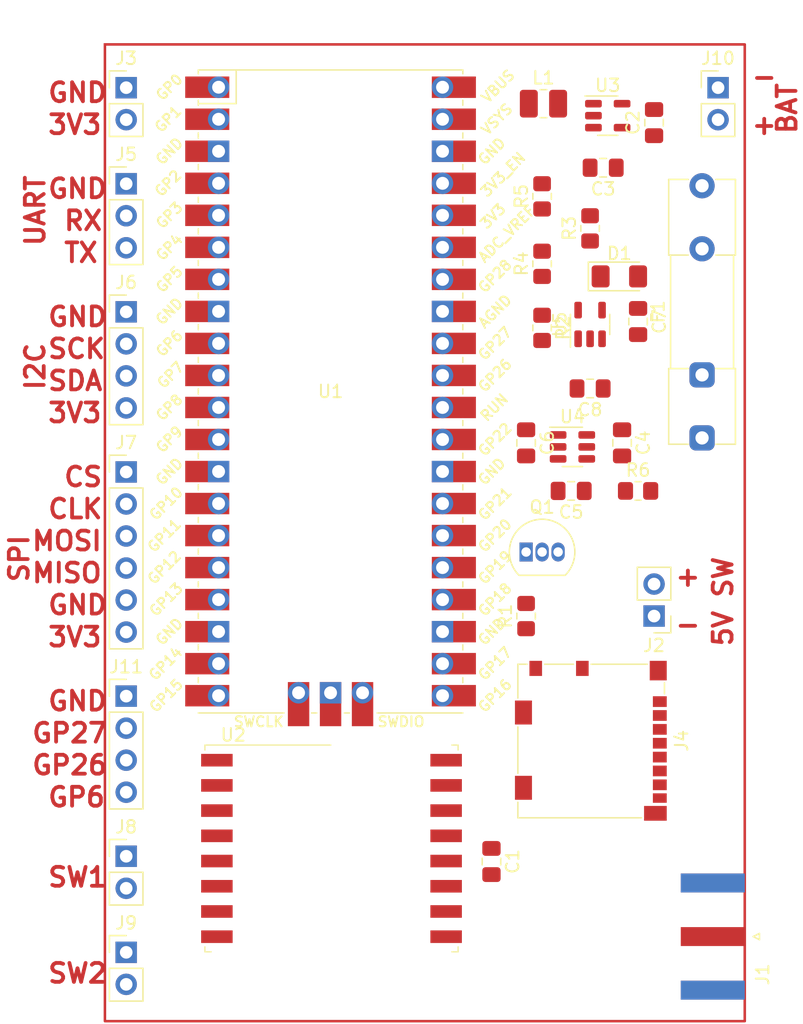
<source format=kicad_pcb>
(kicad_pcb (version 20221018) (generator pcbnew)
  (layers (0 "F.Cu" signal) (1 "In1.Cu" signal) (2 "In2.Cu" signal) (31 "B.Cu" signal) (34 "B.Paste" user) (35 "F.Paste" user) (36 "B.SilkS" user "B.Silkscreen") (37 "F.SilkS" user "F.Silkscreen") (38 "B.Mask" user) (39 "F.Mask" user) (44 "Edge.Cuts" user))
  (net 0 "")
  (net 1 "3V3")
  (net 2 "GND")
  (net 3 "Net-(U3-EN)")
  (net 4 "Net-(U4-CPOS)")
  (net 5 "Net-(U4-CNEG)")
  (net 6 "Net-(U4-GND)")
  (net 7 "5V")
  (net 8 "CHG")
  (net 9 "Net-(U5-V_{SS})")
  (net 10 "BAT")
  (net 11 "Net-(D1-K)")
  (net 12 "Net-(J1-In)")
  (net 13 "Net-(J2-Pin_1)")
  (net 15 "SD_CS")
  (net 16 "MOSI")
  (net 17 "SPI_SCK")
  (net 18 "MISO")
  (net 21 "UART_RX")
  (net 22 "UART_TX")
  (net 23 "I2C_SCK")
  (net 24 "I2C_SDA")
  (net 25 "SPI_CS")
  (net 26 "EXT_BTN")
  (net 27 "EXT_SW")
  (net 28 "GP27")
  (net 29 "GP26")
  (net 30 "GP6")
  (net 31 "Net-(U3-SW)")
  (net 32 "Net-(Q1-B)")
  (net 33 "TEROS_CTRL")
  (net 34 "Net-(U5-PROG)")
  (net 35 "Net-(U1-GPIO28_ADC2)")
  (net 36 "Net-(U1-GPIO11)")
  (net 37 "5V_CTRL")
  (net 45 "RFM_CS")
  (net 46 "RFM_RST")
  (footprint "RF_Module:HOPERF_RFM69HW" (layer "F.Cu") (at 141.18 124.73)
    (fp_text reference "U2" (at -7.8 -9) (layer "F.SilkS"))
    (fp_text value "RFM69HCW")
    (pad "1" smd rect (at -9.1 -7) (size 2.5 1) (layers "F.Cu" "F.Paste" "F.Mask") (net 2 "GND"))
    (pad "2" smd rect (at -9.1 -5) (size 2.5 1) (layers "F.Cu" "F.Paste" "F.Mask") (net 18 "MISO"))
    (pad "3" smd rect (at -9.1 -3) (size 2.5 1) (layers "F.Cu" "F.Paste" "F.Mask") (net 16 "MOSI"))
    (pad "4" smd rect (at -9.1 -1) (size 2.5 1) (layers "F.Cu" "F.Paste" "F.Mask") (net 17 "SPI_SCK"))
    (pad "5" smd rect (at -9.1 1) (size 2.5 1) (layers "F.Cu" "F.Paste" "F.Mask") (net 45 "RFM_CS"))
    (pad "6" smd rect (at -9.1 3) (size 2.5 1) (layers "F.Cu" "F.Paste" "F.Mask") (net 46 "RFM_RST"))
    (pad "7" smd rect (at -9.1 5) (size 2.5 1) (layers "F.Cu" "F.Paste" "F.Mask"))
    (pad "8" smd rect (at -9.1 7) (size 2.5 1) (layers "F.Cu" "F.Paste" "F.Mask") (net 2 "GND"))
    (pad "9" smd rect (at 9.1 7) (size 2.5 1) (layers "F.Cu" "F.Paste" "F.Mask") (net 12 "Net-(J1-In)"))
    (pad "10" smd rect (at 9.1 5) (size 2.5 1) (layers "F.Cu" "F.Paste" "F.Mask") (net 2 "GND"))
    (pad "11" smd rect (at 9.1 3) (size 2.5 1) (layers "F.Cu" "F.Paste" "F.Mask"))
    (pad "12" smd rect (at 9.1 1) (size 2.5 1) (layers "F.Cu" "F.Paste" "F.Mask"))
    (pad "13" smd rect (at 9.1 -1) (size 2.5 1) (layers "F.Cu" "F.Paste" "F.Mask") (net 1 "3V3"))
    (pad "14" smd rect (at 9.1 -3) (size 2.5 1) (layers "F.Cu" "F.Paste" "F.Mask"))
    (pad "15" smd rect (at 9.1 -5) (size 2.5 1) (layers "F.Cu" "F.Paste" "F.Mask"))
    (pad "16" smd rect (at 9.1 -7) (size 2.5 1) (layers "F.Cu" "F.Paste" "F.Mask"))
  )
  (footprint "Capacitor_SMD:C_0805_2012Metric_Pad1.18x1.45mm_HandSolder" (layer "F.Cu") (at 164.25 92.5625 -90)
    (fp_text reference "C4" (at 0 -1.68 90) (layer "F.SilkS"))
    (fp_text value "1uF")
    (pad "1" smd roundrect (at -1.0375 0 270) (size 1.175 1.45) (layers "F.Cu" "F.Paste" "F.Mask") (roundrect_rratio 0.212766) (net 4 "Net-(U4-CPOS)"))
    (pad "2" smd roundrect (at 1.0375 0 270) (size 1.175 1.45) (layers "F.Cu" "F.Paste" "F.Mask") (roundrect_rratio 0.212766) (net 5 "Net-(U4-CNEG)"))
  )
  (footprint "Fuse:Fuseholder_Clip-5x20mm_Littelfuse_111_Inline_P20.00x5.00mm_D1.05mm_Horizontal" (layer "F.Cu") (at 170.6 92.17 90)
    (fp_text reference "F1" (at 10 -3.5 90) (layer "F.SilkS"))
    (fp_text value "1A")
    (pad "1" thru_hole roundrect (at 0 0 90) (size 2 2) (drill 1.05) (layers "*.Cu" "*.Mask") (net 10 "BAT"))
    (pad "1" thru_hole roundrect (at 5 0 90) (size 2 2) (drill 1.05) (layers "*.Cu" "*.Mask") (net 10 "BAT"))
    (pad "2" thru_hole circle (at 15 0 90) (size 2 2) (drill 1.05) (layers "*.Cu" "*.Mask") (net 3 "Net-(U3-EN)"))
    (pad "2" thru_hole circle (at 20 0 90) (size 2 2) (drill 1.05) (layers "*.Cu" "*.Mask") (net 3 "Net-(U3-EN)"))
  )
  (footprint "Package_TO_SOT_SMD:SOT-23-6" (layer "F.Cu") (at 160.3075 92.8825)
    (fp_text reference "U4" (at 0 -2.4) (layer "F.SilkS"))
    (fp_text value "CAT3200-5")
    (pad "1" smd roundrect (at -1.1375 -0.95) (size 1.325 0.6) (layers "F.Cu" "F.Paste" "F.Mask") (net 7 "5V"))
    (pad "2" smd roundrect (at -1.1375 0) (size 1.325 0.6) (layers "F.Cu" "F.Paste" "F.Mask") (net 6 "Net-(U4-GND)"))
    (pad "3" smd roundrect (at -1.1375 0.95) (size 1.325 0.6) (layers "F.Cu" "F.Paste" "F.Mask") (net 37 "5V_CTRL"))
    (pad "4" smd roundrect (at 1.1375 0.95) (size 1.325 0.6) (layers "F.Cu" "F.Paste" "F.Mask") (net 5 "Net-(U4-CNEG)"))
    (pad "5" smd roundrect (at 1.1375 0) (size 1.325 0.6) (layers "F.Cu" "F.Paste" "F.Mask") (net 1 "3V3"))
    (pad "6" smd roundrect (at 1.1375 -0.95) (size 1.325 0.6) (layers "F.Cu" "F.Paste" "F.Mask") (net 4 "Net-(U4-CPOS)"))
  )
  (footprint "Resistor_SMD:R_0805_2012Metric_Pad1.20x1.40mm_HandSolder" (layer "F.Cu") (at 157.9 83.44 -90)
    (fp_text reference "R2" (at 0 -1.65 90) (layer "F.SilkS"))
    (fp_text value "2K")
    (pad "1" smd roundrect (at -1 0 270) (size 1.2 1.4) (layers "F.Cu" "F.Paste" "F.Mask") (roundrect_rratio 0.208333) (net 34 "Net-(U5-PROG)"))
    (pad "2" smd roundrect (at 1 0 270) (size 1.2 1.4) (layers "F.Cu" "F.Paste" "F.Mask") (roundrect_rratio 0.208333) (net 9 "Net-(U5-V_{SS})"))
  )
  (footprint "PCM_Package_TO_SOT_THT_AKL:TO-92_Inline" (layer "F.Cu") (at 156.63 101.22)
    (fp_text reference "Q1" (at 1.27 -3.56) (layer "F.SilkS"))
    (fp_text value "2N3904" hide)
    (pad "1" thru_hole rect (at 0 0) (size 1.05 1.5) (drill 0.75) (layers "*.Cu" "*.Mask") (net 2 "GND"))
    (pad "2" thru_hole oval (at 1.27 0) (size 1.05 1.5) (drill 0.75) (layers "*.Cu" "*.Mask") (net 32 "Net-(Q1-B)"))
    (pad "3" thru_hole oval (at 2.54 0) (size 1.05 1.5) (drill 0.75) (layers "*.Cu" "*.Mask") (net 13 "Net-(J2-Pin_1)"))
  )
  (footprint "Capacitor_SMD:C_0805_2012Metric_Pad1.18x1.45mm_HandSolder" (layer "F.Cu") (at 166.79 67.1625 90)
    (fp_text reference "C2" (at 0 -1.68 90) (layer "F.SilkS"))
    (fp_text value "10uF")
    (pad "1" smd roundrect (at -1.0375 0 90) (size 1.175 1.45) (layers "F.Cu" "F.Paste" "F.Mask") (roundrect_rratio 0.212766) (net 3 "Net-(U3-EN)"))
    (pad "2" smd roundrect (at 1.0375 0 90) (size 1.175 1.45) (layers "F.Cu" "F.Paste" "F.Mask") (roundrect_rratio 0.212766) (net 2 "GND"))
  )
  (footprint "Connector_Coaxial:SMA_Amphenol_132289_EdgeMount" (layer "F.Cu") (at 171.45 131.72 180)
    (fp_text reference "J1" (at -3.96 -3 90) (layer "F.SilkS"))
    (fp_text value "Conn_Coaxial")
    (pad "1" smd rect (at 0 0 270) (size 1.5 5.08) (layers "F.Cu" "F.Paste" "F.Mask") (net 12 "Net-(J1-In)"))
    (pad "2" smd rect (at 0 -4.25 270) (size 1.5 5.08) (layers "F.Cu" "F.Paste" "F.Mask") (net 2 "GND"))
    (pad "2" smd rect (at 0 -4.25 270) (size 1.5 5.08) (layers "B.Cu" "B.Paste" "B.Mask") (net 2 "GND"))
    (pad "2" smd rect (at 0 4.25 270) (size 1.5 5.08) (layers "F.Cu" "F.Paste" "F.Mask") (net 2 "GND"))
    (pad "2" smd rect (at 0 4.25 270) (size 1.5 5.08) (layers "B.Cu" "B.Paste" "B.Mask") (net 2 "GND"))
  )
  (footprint "Connector_PinHeader_2.54mm:PinHeader_1x02_P2.54mm_Vertical" (layer "F.Cu") (at 166.79 106.3 180)
    (fp_text reference "J2" (at 0 -2.33) (layer "F.SilkS"))
    (fp_text value "Conn_01x02_Pin")
    (pad "1" thru_hole rect (at 0 0 180) (size 1.7 1.7) (drill 1) (layers "*.Cu" "*.Mask") (net 13 "Net-(J2-Pin_1)"))
    (pad "2" thru_hole oval (at 0 2.54 180) (size 1.7 1.7) (drill 1) (layers "*.Cu" "*.Mask") (net 7 "5V"))
  )
  (footprint "Connector_PinHeader_2.54mm:PinHeader_1x02_P2.54mm_Vertical" (layer "F.Cu") (at 124.88 64.39)
    (fp_text reference "J3" (at 0 -2.33) (layer "F.SilkS"))
    (fp_text value "Conn_01x02_Pin")
    (pad "1" thru_hole rect (at 0 0) (size 1.7 1.7) (drill 1) (layers "*.Cu" "*.Mask") (net 2 "GND"))
    (pad "2" thru_hole oval (at 0 2.54) (size 1.7 1.7) (drill 1) (layers "*.Cu" "*.Mask") (net 1 "3V3"))
  )
  (footprint "Connector_Card:microSD_HC_Molex_104031-0811" (layer "F.Cu") (at 161.795 116.19 -90)
    (fp_text reference "J4" (at 0 -7.18 90) (layer "F.SilkS"))
    (fp_text value "Micro_SD_Card")
    (pad "1" smd rect (at -3.105 -5.45 270) (size 0.85 1.1) (layers "F.Cu" "F.Paste" "F.Mask"))
    (pad "2" smd rect (at -2.005 -5.45 270) (size 0.85 1.1) (layers "F.Cu" "F.Paste" "F.Mask") (net 15 "SD_CS"))
    (pad "3" smd rect (at -0.905 -5.45 270) (size 0.85 1.1) (layers "F.Cu" "F.Paste" "F.Mask") (net 16 "MOSI"))
    (pad "4" smd rect (at 0.195 -5.45 270) (size 0.85 1.1) (layers "F.Cu" "F.Paste" "F.Mask") (net 1 "3V3"))
    (pad "5" smd rect (at 1.295 -5.45 270) (size 0.85 1.1) (layers "F.Cu" "F.Paste" "F.Mask") (net 17 "SPI_SCK"))
    (pad "6" smd rect (at 2.395 -5.45 270) (size 0.85 1.1) (layers "F.Cu" "F.Paste" "F.Mask") (net 2 "GND"))
    (pad "7" smd rect (at 3.495 -5.45 270) (size 0.85 1.1) (layers "F.Cu" "F.Paste" "F.Mask") (net 18 "MISO"))
    (pad "8" smd rect (at 4.545 -5.45 270) (size 0.75 1.1) (layers "F.Cu" "F.Paste" "F.Mask"))
    (pad "9" smd rect (at -5.74 0.7 270) (size 1.2 1) (layers "F.Cu" "F.Paste" "F.Mask"))
    (pad "10" smd rect (at -5.74 4.4 270) (size 1.2 1) (layers "F.Cu" "F.Paste" "F.Mask"))
    (pad "11" smd rect (at -5.565 -5.325 270) (size 1.55 1.35) (layers "F.Cu" "F.Paste" "F.Mask"))
    (pad "11" smd rect (at -2.24 5.375 270) (size 1.9 1.35) (layers "F.Cu" "F.Paste" "F.Mask"))
    (pad "11" smd rect (at 3.73 5.375 270) (size 1.9 1.35) (layers "F.Cu" "F.Paste" "F.Mask"))
    (pad "11" smd rect (at 5.755 -5.1 270) (size 1.17 1.8) (layers "F.Cu" "F.Paste" "F.Mask"))
  )
  (footprint "Connector_PinHeader_2.54mm:PinHeader_1x03_P2.54mm_Vertical" (layer "F.Cu") (at 124.88 72.01)
    (fp_text reference "J5" (at 0 -2.33) (layer "F.SilkS"))
    (fp_text value "Conn_01x03_Pin")
    (pad "1" thru_hole rect (at 0 0) (size 1.7 1.7) (drill 1) (layers "*.Cu" "*.Mask") (net 2 "GND"))
    (pad "2" thru_hole oval (at 0 2.54) (size 1.7 1.7) (drill 1) (layers "*.Cu" "*.Mask") (net 21 "UART_RX"))
    (pad "3" thru_hole oval (at 0 5.08) (size 1.7 1.7) (drill 1) (layers "*.Cu" "*.Mask") (net 22 "UART_TX"))
  )
  (footprint "Package_TO_SOT_SMD:SOT-23-5" (layer "F.Cu") (at 161.71 83.17 90)
    (fp_text reference "U5" (at 0 -2.4 90) (layer "F.SilkS"))
    (fp_text value "MCP73831-2-OT")
    (pad "1" smd roundrect (at -1.1375 -0.95 90) (size 1.325 0.6) (layers "F.Cu" "F.Paste" "F.Mask") (net 10 "BAT"))
    (pad "2" smd roundrect (at -1.1375 0 90) (size 1.325 0.6) (layers "F.Cu" "F.Paste" "F.Mask") (net 9 "Net-(U5-V_{SS})"))
    (pad "3" smd roundrect (at -1.1375 0.95 90) (size 1.325 0.6) (layers "F.Cu" "F.Paste" "F.Mask") (net 10 "BAT"))
    (pad "4" smd roundrect (at 1.1375 0.95 90) (size 1.325 0.6) (layers "F.Cu" "F.Paste" "F.Mask") (net 8 "CHG"))
    (pad "5" smd roundrect (at 1.1375 -0.95 90) (size 1.325 0.6) (layers "F.Cu" "F.Paste" "F.Mask") (net 34 "Net-(U5-PROG)"))
  )
  (footprint "Capacitor_SMD:C_0805_2012Metric_Pad1.18x1.45mm_HandSolder" (layer "F.Cu") (at 162.7475 70.74 180)
    (fp_text reference "C3" (at 0 -1.68) (layer "F.SilkS"))
    (fp_text value "10uF")
    (pad "1" smd roundrect (at -1.0375 0 180) (size 1.175 1.45) (layers "F.Cu" "F.Paste" "F.Mask") (roundrect_rratio 0.212766) (net 1 "3V3"))
    (pad "2" smd roundrect (at 1.0375 0 180) (size 1.175 1.45) (layers "F.Cu" "F.Paste" "F.Mask") (roundrect_rratio 0.212766) (net 2 "GND"))
  )
  (footprint "Inductor_SMD:L_1008_2520Metric_Pad1.43x2.20mm_HandSolder" (layer "F.Cu") (at 158.0075 65.66)
    (fp_text reference "L1" (at 0 -2.05) (layer "F.SilkS"))
    (fp_text value "1uH")
    (pad "1" smd roundrect (at -1.1625 0) (size 1.425 2.2) (layers "F.Cu" "F.Paste" "F.Mask") (roundrect_rratio 0.175439) (net 31 "Net-(U3-SW)"))
    (pad "2" smd roundrect (at 1.1625 0) (size 1.425 2.2) (layers "F.Cu" "F.Paste" "F.Mask") (roundrect_rratio 0.175439) (net 1 "3V3"))
  )
  (footprint "Connector_PinHeader_2.54mm:PinHeader_1x04_P2.54mm_Vertical" (layer "F.Cu") (at 124.88 112.65)
    (fp_text reference "J11" (at 0 -2.33) (layer "F.SilkS"))
    (fp_text value "Conn_01x04_Pin")
    (pad "1" thru_hole rect (at 0 0) (size 1.7 1.7) (drill 1) (layers "*.Cu" "*.Mask") (net 2 "GND"))
    (pad "2" thru_hole oval (at 0 2.54) (size 1.7 1.7) (drill 1) (layers "*.Cu" "*.Mask") (net 28 "GP27"))
    (pad "3" thru_hole oval (at 0 5.08) (size 1.7 1.7) (drill 1) (layers "*.Cu" "*.Mask") (net 29 "GP26"))
    (pad "4" thru_hole oval (at 0 7.62) (size 1.7 1.7) (drill 1) (layers "*.Cu" "*.Mask") (net 30 "GP6"))
  )
  (footprint "Resistor_SMD:R_0805_2012Metric_Pad1.20x1.40mm_HandSolder" (layer "F.Cu") (at 157.9 78.36 90)
    (fp_text reference "R4" (at 0 -1.65 90) (layer "F.SilkS"))
    (fp_text value "470K")
    (pad "1" smd roundrect (at -1 0 90) (size 1.2 1.4) (layers "F.Cu" "F.Paste" "F.Mask") (roundrect_rratio 0.208333) (net 10 "BAT"))
    (pad "2" smd roundrect (at 1 0 90) (size 1.2 1.4) (layers "F.Cu" "F.Paste" "F.Mask") (roundrect_rratio 0.208333) (net 35 "Net-(U1-GPIO28_ADC2)"))
  )
  (footprint "Connector_PinHeader_2.54mm:PinHeader_1x02_P2.54mm_Vertical" (layer "F.Cu") (at 124.88 125.35)
    (fp_text reference "J8" (at 0 -2.33) (layer "F.SilkS"))
    (fp_text value "Conn_01x02_Pin")
    (pad "1" thru_hole rect (at 0 0) (size 1.7 1.7) (drill 1) (layers "*.Cu" "*.Mask") (net 2 "GND"))
    (pad "2" thru_hole oval (at 0 2.54) (size 1.7 1.7) (drill 1) (layers "*.Cu" "*.Mask") (net 26 "EXT_BTN"))
  )
  (footprint "Connector_PinHeader_2.54mm:PinHeader_1x04_P2.54mm_Vertical" (layer "F.Cu") (at 124.88 82.17)
    (fp_text reference "J6" (at 0 -2.33) (layer "F.SilkS"))
    (fp_text value "Conn_01x04_Pin")
    (pad "1" thru_hole rect (at 0 0) (size 1.7 1.7) (drill 1) (layers "*.Cu" "*.Mask") (net 2 "GND"))
    (pad "2" thru_hole oval (at 0 2.54) (size 1.7 1.7) (drill 1) (layers "*.Cu" "*.Mask") (net 23 "I2C_SCK"))
    (pad "3" thru_hole oval (at 0 5.08) (size 1.7 1.7) (drill 1) (layers "*.Cu" "*.Mask") (net 24 "I2C_SDA"))
    (pad "4" thru_hole oval (at 0 7.62) (size 1.7 1.7) (drill 1) (layers "*.Cu" "*.Mask") (net 1 "3V3"))
  )
  (footprint "Resistor_SMD:R_0805_2012Metric_Pad1.20x1.40mm_HandSolder" (layer "F.Cu") (at 156.63 106.3 90)
    (fp_text reference "R1" (at 0 -1.65 90) (layer "F.SilkS"))
    (fp_text value "1K")
    (pad "1" smd roundrect (at -1 0 90) (size 1.2 1.4) (layers "F.Cu" "F.Paste" "F.Mask") (roundrect_rratio 0.208333) (net 33 "TEROS_CTRL"))
    (pad "2" smd roundrect (at 1 0 90) (size 1.2 1.4) (layers "F.Cu" "F.Paste" "F.Mask") (roundrect_rratio 0.208333) (net 32 "Net-(Q1-B)"))
  )
  (footprint "Package_TO_SOT_SMD:TSOT-23-5" (layer "F.Cu") (at 163.1125 66.61)
    (fp_text reference "U3" (at 0 -2.4) (layer "F.SilkS"))
    (fp_text value "ADP2108AUJ-3.3")
    (pad "1" smd roundrect (at -1.1375 -0.95) (size 1.325 0.6) (layers "F.Cu" "F.Paste" "F.Mask") (net 3 "Net-(U3-EN)"))
    (pad "2" smd roundrect (at -1.1375 0) (size 1.325 0.6) (layers "F.Cu" "F.Paste" "F.Mask") (net 2 "GND"))
    (pad "3" smd roundrect (at -1.1375 0.95) (size 1.325 0.6) (layers "F.Cu" "F.Paste" "F.Mask") (net 3 "Net-(U3-EN)"))
    (pad "4" smd roundrect (at 1.1375 0.95) (size 1.325 0.6) (layers "F.Cu" "F.Paste" "F.Mask") (net 1 "3V3"))
    (pad "5" smd roundrect (at 1.1375 -0.95) (size 1.325 0.6) (layers "F.Cu" "F.Paste" "F.Mask") (net 31 "Net-(U3-SW)"))
  )
  (footprint "Connector_PinHeader_2.54mm:PinHeader_1x02_P2.54mm_Vertical" (layer "F.Cu") (at 171.87 64.39)
    (fp_text reference "J10" (at 0 -2.33) (layer "F.SilkS"))
    (fp_text value "Conn_01x02_Pin")
    (pad "1" thru_hole rect (at 0 0) (size 1.7 1.7) (drill 1) (layers "*.Cu" "*.Mask") (net 2 "GND"))
    (pad "2" thru_hole oval (at 0 2.54) (size 1.7 1.7) (drill 1) (layers "*.Cu" "*.Mask") (net 10 "BAT"))
  )
  (footprint "Connector_PinHeader_2.54mm:PinHeader_1x02_P2.54mm_Vertical" (layer "F.Cu") (at 124.88 132.97)
    (fp_text reference "J9" (at 0 -2.33) (layer "F.SilkS"))
    (fp_text value "Conn_01x02_Pin")
    (pad "1" thru_hole rect (at 0 0) (size 1.7 1.7) (drill 1) (layers "*.Cu" "*.Mask") (net 2 "GND"))
    (pad "2" thru_hole oval (at 0 2.54) (size 1.7 1.7) (drill 1) (layers "*.Cu" "*.Mask") (net 27 "EXT_SW"))
  )
  (footprint "LED_SMD:LED_1206_3216Metric_Pad1.42x1.75mm_HandSolder" (layer "F.Cu") (at 164.0325 79.36)
    (fp_text reference "D1" (at 0 -1.82) (layer "F.SilkS"))
    (fp_text value "LED")
    (pad "1" smd roundrect (at -1.4875 0) (size 1.425 1.75) (layers "F.Cu" "F.Paste" "F.Mask") (roundrect_rratio 0.175439) (net 11 "Net-(D1-K)"))
    (pad "2" smd roundrect (at 1.4875 0) (size 1.425 1.75) (layers "F.Cu" "F.Paste" "F.Mask") (roundrect_rratio 0.175439) (net 8 "CHG"))
  )
  (footprint "MCU_RaspberryPi_and_Boards:RPi_Pico_SMD_TH" (layer "F.Cu") (at 141.105 88.485)
    (fp_text reference "U1" (at 0 0) (layer "F.SilkS"))
    (fp_text value "Pico")
    (fp_text user "SWCLK" (at -5.7 26.2) (layer "F.SilkS") (effects (font (size 0.8 0.8))))
    (fp_text user "GP27" (at 13.054 -3.8 45) (layer "F.SilkS") (effects (font (size 0.8 0.8))))
    (fp_text user "GND" (at 12.8 19.05 45) (layer "F.SilkS") (effects (font (size 0.8 0.8))))
    (fp_text user "GP18" (at 13.054 16.51 45) (layer "F.SilkS") (effects (font (size 0.8 0.8))))
    (fp_text user "SWDIO" (at 5.6 26.2) (layer "F.SilkS") (effects (font (size 0.8 0.8))))
    (fp_text user "GP3" (at -12.8 -13.97 45) (layer "F.SilkS") (effects (font (size 0.8 0.8))))
    (fp_text user "GND" (at -12.8 6.35 45) (layer "F.SilkS") (effects (font (size 0.8 0.8))))
    (fp_text user "GP15" (at -13.054 24.13 45) (layer "F.SilkS") (effects (font (size 0.8 0.8))))
    (fp_text user "GP20" (at 13.054 11.43 45) (layer "F.SilkS") (effects (font (size 0.8 0.8))))
    (fp_text user "GP10" (at -13.054 8.89 45) (layer "F.SilkS") (effects (font (size 0.8 0.8))))
    (fp_text user "ADC_VREF" (at 14 -12.5 45) (layer "F.SilkS") (effects (font (size 0.8 0.8))))
    (fp_text user "GP16" (at 13.054 24.13 45) (layer "F.SilkS") (effects (font (size 0.8 0.8))))
    (fp_text user "GP1" (at -12.9 -21.6 45) (layer "F.SilkS") (effects (font (size 0.8 0.8))))
    (fp_text user "AGND" (at 13.054 -6.35 45) (layer "F.SilkS") (effects (font (size 0.8 0.8))))
    (fp_text user "GP21" (at 13.054 8.9 45) (layer "F.SilkS") (effects (font (size 0.8 0.8))))
    (fp_text user "GP0" (at -12.8 -24.13 45) (layer "F.SilkS") (effects (font (size 0.8 0.8))))
    (fp_text user "3V3" (at 12.9 -13.9 45) (layer "F.SilkS") (effects (font (size 0.8 0.8))))
    (fp_text user "VSYS" (at 13.2 -21.59 45) (layer "F.SilkS") (effects (font (size 0.8 0.8))))
    (fp_text user "GP8" (at -12.8 1.27 45) (layer "F.SilkS") (effects (font (size 0.8 0.8))))
    (fp_text user "GP5" (at -12.8 -8.89 45) (layer "F.SilkS") (effects (font (size 0.8 0.8))))
    (fp_text user "GP13" (at -13.054 16.51 45) (layer "F.SilkS") (effects (font (size 0.8 0.8))))
    (fp_text user "GP7" (at -12.7 -1.3 45) (layer "F.SilkS") (effects (font (size 0.8 0.8))))
    (fp_text user "3V3_EN" (at 13.7 -17.2 45) (layer "F.SilkS") (effects (font (size 0.8 0.8))))
    (fp_text user "GP19" (at 13.054 13.97 45) (layer "F.SilkS") (effects (font (size 0.8 0.8))))
    (fp_text user "GP14" (at -13.1 21.59 45) (layer "F.SilkS") (effects (font (size 0.8 0.8))))
    (fp_text user "GND" (at -12.8 -19.05 45) (layer "F.SilkS") (effects (font (size 0.8 0.8))))
    (fp_text user "GP11" (at -13.2 11.43 45) (layer "F.SilkS") (effects (font (size 0.8 0.8))))
    (fp_text user "GND" (at -12.8 19.05 45) (layer "F.SilkS") (effects (font (size 0.8 0.8))))
    (fp_text user "GND" (at 12.8 6.35 45) (layer "F.SilkS") (effects (font (size 0.8 0.8))))
    (fp_text user "VBUS" (at 13.3 -24.2 45) (layer "F.SilkS") (effects (font (size 0.8 0.8))))
    (fp_text user "GP22" (at 13.054 3.81 45) (layer "F.SilkS") (effects (font (size 0.8 0.8))))
    (fp_text user "GND" (at 12.8 -19.05 45) (layer "F.SilkS") (effects (font (size 0.8 0.8))))
    (fp_text user "GP12" (at -13.2 13.97 45) (layer "F.SilkS") (effects (font (size 0.8 0.8))))
    (fp_text user "GP17" (at 13.054 21.59 45) (layer "F.SilkS") (effects (font (size 0.8 0.8))))
    (fp_text user "GP28" (at 13.054 -9.144 45) (layer "F.SilkS") (effects (font (size 0.8 0.8))))
    (fp_text user "GP4" (at -12.8 -11.43 45) (layer "F.SilkS") (effects (font (size 0.8 0.8))))
    (fp_text user "GND" (at -12.8 -6.35 45) (layer "F.SilkS") (effects (font (size 0.8 0.8))))
    (fp_text user "GP26" (at 13.054 -1.27 45) (layer "F.SilkS") (effects (font (size 0.8 0.8))))
    (fp_text user "GP2" (at -12.9 -16.51 45) (layer "F.SilkS") (effects (font (size 0.8 0.8))))
    (fp_text user "RUN" (at 13 1.27 45) (layer "F.SilkS") (effects (font (size 0.8 0.8))))
    (fp_text user "GP9" (at -12.8 3.81 45) (layer "F.SilkS") (effects (font (size 0.8 0.8))))
    (fp_text user "GP6" (at -12.8 -3.81 45) (layer "F.SilkS") (effects (font (size 0.8 0.8))))
    (pad "" np_thru_hole oval (at -2.725 -24) (size 1.8 1.8) (drill 1.8) (layers "*.Cu" "*.Mask"))
    (pad "" np_thru_hole oval (at -2.425 -20.97) (size 1.5 1.5) (drill 1.5) (layers "*.Cu" "*.Mask"))
    (pad "" np_thru_hole oval (at 2.425 -20.97) (size 1.5 1.5) (drill 1.5) (layers "*.Cu" "*.Mask"))
    (pad "" np_thru_hole oval (at 2.725 -24) (size 1.8 1.8) (drill 1.8) (layers "*.Cu" "*.Mask"))
    (pad "1" thru_hole oval (at -8.89 -24.13) (size 1.7 1.7) (drill 1.02) (layers "*.Cu" "*.Mask") (net 22 "UART_TX"))
    (pad "1" smd rect (at -8.89 -24.13) (size 3.5 1.7) (drill (offset -0.9 0)) (layers "F.Cu" "F.Mask") (net 22 "UART_TX"))
    (pad "2" thru_hole oval (at -8.89 -21.59) (size 1.7 1.7) (drill 1.02) (layers "*.Cu" "*.Mask") (net 21 "UART_RX"))
    (pad "2" smd rect (at -8.89 -21.59) (size 3.5 1.7) (drill (offset -0.9 0)) (layers "F.Cu" "F.Mask") (net 21 "UART_RX"))
    (pad "3" thru_hole rect (at -8.89 -19.05) (size 1.7 1.7) (drill 1.02) (layers "*.Cu" "*.Mask") (net 2 "GND"))
    (pad "3" smd rect (at -8.89 -19.05) (size 3.5 1.7) (drill (offset -0.9 0)) (layers "F.Cu" "F.Mask") (net 2 "GND"))
    (pad "4" thru_hole oval (at -8.89 -16.51) (size 1.7 1.7) (drill 1.02) (layers "*.Cu" "*.Mask") (net 33 "TEROS_CTRL"))
    (pad "4" smd rect (at -8.89 -16.51) (size 3.5 1.7) (drill (offset -0.9 0)) (layers "F.Cu" "F.Mask") (net 33 "TEROS_CTRL"))
    (pad "5" thru_hole oval (at -8.89 -13.97) (size 1.7 1.7) (drill 1.02) (layers "*.Cu" "*.Mask"))
    (pad "5" smd rect (at -8.89 -13.97) (size 3.5 1.7) (drill (offset -0.9 0)) (layers "F.Cu" "F.Mask"))
    (pad "6" thru_hole oval (at -8.89 -11.43) (size 1.7 1.7) (drill 1.02) (layers "*.Cu" "*.Mask") (net 24 "I2C_SDA"))
    (pad "6" smd rect (at -8.89 -11.43) (size 3.5 1.7) (drill (offset -0.9 0)) (layers "F.Cu" "F.Mask") (net 24 "I2C_SDA"))
    (pad "7" thru_hole oval (at -8.89 -8.89) (size 1.7 1.7) (drill 1.02) (layers "*.Cu" "*.Mask") (net 23 "I2C_SCK"))
    (pad "7" smd rect (at -8.89 -8.89) (size 3.5 1.7) (drill (offset -0.9 0)) (layers "F.Cu" "F.Mask") (net 23 "I2C_SCK"))
    (pad "8" thru_hole rect (at -8.89 -6.35) (size 1.7 1.7) (drill 1.02) (layers "*.Cu" "*.Mask") (net 2 "GND"))
    (pad "8" smd rect (at -8.89 -6.35) (size 3.5 1.7) (drill (offset -0.9 0)) (layers "F.Cu" "F.Mask") (net 2 "GND"))
    (pad "9" thru_hole oval (at -8.89 -3.81) (size 1.7 1.7) (drill 1.02) (layers "*.Cu" "*.Mask") (net 30 "GP6"))
    (pad "9" smd rect (at -8.89 -3.81) (size 3.5 1.7) (drill (offset -0.9 0)) (layers "F.Cu" "F.Mask") (net 30 "GP6"))
    (pad "10" thru_hole oval (at -8.89 -1.27) (size 1.7 1.7) (drill 1.02) (layers "*.Cu" "*.Mask"))
    (pad "10" smd rect (at -8.89 -1.27) (size 3.5 1.7) (drill (offset -0.9 0)) (layers "F.Cu" "F.Mask"))
    (pad "11" thru_hole oval (at -8.89 1.27) (size 1.7 1.7) (drill 1.02) (layers "*.Cu" "*.Mask"))
    (pad "11" smd rect (at -8.89 1.27) (size 3.5 1.7) (drill (offset -0.9 0)) (layers "F.Cu" "F.Mask"))
    (pad "12" thru_hole oval (at -8.89 3.81) (size 1.7 1.7) (drill 1.02) (layers "*.Cu" "*.Mask"))
    (pad "12" smd rect (at -8.89 3.81) (size 3.5 1.7) (drill (offset -0.9 0)) (layers "F.Cu" "F.Mask"))
    (pad "13" thru_hole rect (at -8.89 6.35) (size 1.7 1.7) (drill 1.02) (layers "*.Cu" "*.Mask") (net 2 "GND"))
    (pad "13" smd rect (at -8.89 6.35) (size 3.5 1.7) (drill (offset -0.9 0)) (layers "F.Cu" "F.Mask") (net 2 "GND"))
    (pad "14" thru_hole oval (at -8.89 8.89) (size 1.7 1.7) (drill 1.02) (layers "*.Cu" "*.Mask"))
    (pad "14" smd rect (at -8.89 8.89) (size 3.5 1.7) (drill (offset -0.9 0)) (layers "F.Cu" "F.Mask"))
    (pad "15" thru_hole oval (at -8.89 11.43) (size 1.7 1.7) (drill 1.02) (layers "*.Cu" "*.Mask") (net 36 "Net-(U1-GPIO11)"))
    (pad "15" smd rect (at -8.89 11.43) (size 3.5 1.7) (drill (offset -0.9 0)) (layers "F.Cu" "F.Mask") (net 36 "Net-(U1-GPIO11)"))
    (pad "16" thru_hole oval (at -8.89 13.97) (size 1.7 1.7) (drill 1.02) (layers "*.Cu" "*.Mask") (net 26 "EXT_BTN"))
    (pad "16" smd rect (at -8.89 13.97) (size 3.5 1.7) (drill (offset -0.9 0)) (layers "F.Cu" "F.Mask") (net 26 "EXT_BTN"))
    (pad "17" thru_hole oval (at -8.89 16.51) (size 1.7 1.7) (drill 1.02) (layers "*.Cu" "*.Mask") (net 27 "EXT_SW"))
    (pad "17" smd rect (at -8.89 16.51) (size 3.5 1.7) (drill (offset -0.9 0)) (layers "F.Cu" "F.Mask") (net 27 "EXT_SW"))
    (pad "18" thru_hole rect (at -8.89 19.05) (size 1.7 1.7) (drill 1.02) (layers "*.Cu" "*.Mask") (net 2 "GND"))
    (pad "18" smd rect (at -8.89 19.05) (size 3.5 1.7) (drill (offset -0.9 0)) (layers "F.Cu" "F.Mask") (net 2 "GND"))
    (pad "19" thru_hole oval (at -8.89 21.59) (size 1.7 1.7) (drill 1.02) (layers "*.Cu" "*.Mask"))
    (pad "19" smd rect (at -8.89 21.59) (size 3.5 1.7) (drill (offset -0.9 0)) (layers "F.Cu" "F.Mask"))
    (pad "20" thru_hole oval (at -8.89 24.13) (size 1.7 1.7) (drill 1.02) (layers "*.Cu" "*.Mask"))
    (pad "20" smd rect (at -8.89 24.13) (size 3.5 1.7) (drill (offset -0.9 0)) (layers "F.Cu" "F.Mask"))
    (pad "21" thru_hole oval (at 8.89 24.13) (size 1.7 1.7) (drill 1.02) (layers "*.Cu" "*.Mask") (net 18 "MISO"))
    (pad "21" smd rect (at 8.89 24.13) (size 3.5 1.7) (drill (offset 0.9 0)) (layers "F.Cu" "F.Mask") (net 18 "MISO"))
    (pad "22" thru_hole oval (at 8.89 21.59) (size 1.7 1.7) (drill 1.02) (layers "*.Cu" "*.Mask") (net 45 "RFM_CS"))
    (pad "22" smd rect (at 8.89 21.59) (size 3.5 1.7) (drill (offset 0.9 0)) (layers "F.Cu" "F.Mask") (net 45 "RFM_CS"))
    (pad "23" thru_hole rect (at 8.89 19.05) (size 1.7 1.7) (drill 1.02) (layers "*.Cu" "*.Mask") (net 2 "GND"))
    (pad "23" smd rect (at 8.89 19.05) (size 3.5 1.7) (drill (offset 0.9 0)) (layers "F.Cu" "F.Mask") (net 2 "GND"))
    (pad "24" thru_hole oval (at 8.89 16.51) (size 1.7 1.7) (drill 1.02) (layers "*.Cu" "*.Mask") (net 17 "SPI_SCK"))
    (pad "24" smd rect (at 8.89 16.51) (size 3.5 1.7) (drill (offset 0.9 0)) (layers "F.Cu" "F.Mask") (net 17 "SPI_SCK"))
    (pad "25" thru_hole oval (at 8.89 13.97) (size 1.7 1.7) (drill 1.02) (layers "*.Cu" "*.Mask") (net 16 "MOSI"))
    (pad "25" smd rect (at 8.89 13.97) (size 3.5 1.7) (drill (offset 0.9 0)) (layers "F.Cu" "F.Mask") (net 16 "MOSI"))
    (pad "26" thru_hole oval (at 8.89 11.43) (size 1.7 1.7) (drill 1.02) (layers "*.Cu" "*.Mask") (net 46 "RFM_RST"))
    (pad "26" smd rect (at 8.89 11.43) (size 3.5 1.7) (drill (offset 0.9 0)) (layers "F.Cu" "F.Mask") (net 46 "RFM_RST"))
    (pad "27" thru_hole oval (at 8.89 8.89) (size 1.7 1.7) (drill 1.02) (layers "*.Cu" "*.Mask") (net 15 "SD_CS"))
    (pad "27" smd rect (at 8.89 8.89) (size 3.5 1.7) (drill (offset 0.9 0)) (layers "F.Cu" "F.Mask") (net 15 "SD_CS"))
    (pad "28" thru_hole rect (at 8.89 6.35) (size 1.7 1.7) (drill 1.02) (layers "*.Cu" "*.Mask") (net 2 "GND"))
    (pad "28" smd rect (at 8.89 6.35) (size 3.5 1.7) (drill (offset 0.9 0)) (layers "F.Cu" "F.Mask") (net 2 "GND"))
    (pad "29" thru_hole oval (at 8.89 3.81) (size 1.7 1.7) (drill 1.02) (layers "*.Cu" "*.Mask") (net 25 "SPI_CS"))
    (pad "29" smd rect (at 8.89 3.81) (size 3.5 1.7) (drill (offset 0.9 0)) (layers "F.Cu" "F.Mask") (net 25 "SPI_CS"))
    (pad "30" thru_hole oval (at 8.89 1.27) (size 1.7 1.7) (drill 1.02) (layers "*.Cu" "*.Mask"))
    (pad "30" smd rect (at 8.89 1.27) (size 3.5 1.7) (drill (offset 0.9 0)) (layers "F.Cu" "F.Mask"))
    (pad "31" thru_hole oval (at 8.89 -1.27) (size 1.7 1.7) (drill 1.02) (layers "*.Cu" "*.Mask") (net 29 "GP26"))
    (pad "31" smd rect (at 8.89 -1.27) (size 3.5 1.7) (drill (offset 0.9 0)) (layers "F.Cu" "F.Mask") (net 29 "GP26"))
    (pad "32" thru_hole oval (at 8.89 -3.81) (size 1.7 1.7) (drill 1.02) (layers "*.Cu" "*.Mask") (net 28 "GP27"))
    (pad "32" smd rect (at 8.89 -3.81) (size 3.5 1.7) (drill (offset 0.9 0)) (layers "F.Cu" "F.Mask") (net 28 "GP27"))
    (pad "33" thru_hole rect (at 8.89 -6.35) (size 1.7 1.7) (drill 1.02) (layers "*.Cu" "*.Mask") (net 2 "GND"))
    (pad "33" smd rect (at 8.89 -6.35) (size 3.5 1.7) (drill (offset 0.9 0)) (layers "F.Cu" "F.Mask") (net 2 "GND"))
    (pad "34" thru_hole oval (at 8.89 -8.89) (size 1.7 1.7) (drill 1.02) (layers "*.Cu" "*.Mask") (net 35 "Net-(U1-GPIO28_ADC2)"))
    (pad "34" smd rect (at 8.89 -8.89) (size 3.5 1.7) (drill (offset 0.9 0)) (layers "F.Cu" "F.Mask") (net 35 "Net-(U1-GPIO28_ADC2)"))
    (pad "35" thru_hole oval (at 8.89 -11.43) (size 1.7 1.7) (drill 1.02) (layers "*.Cu" "*.Mask"))
    (pad "35" smd rect (at 8.89 -11.43) (size 3.5 1.7) (drill (offset 0.9 0)) (layers "F.Cu" "F.Mask"))
    (pad "36" thru_hole oval (at 8.89 -13.97) (size 1.7 1.7) (drill 1.02) (layers "*.Cu" "*.Mask"))
    (pad "36" smd rect (at 8.89 -13.97) (size 3.5 1.7) (drill (offset 0.9 0)) (layers "F.Cu" "F.Mask"))
    (pad "37" thru_hole oval (at 8.89 -16.51) (size 1.7 1.7) (drill 1.02) (layers "*.Cu" "*.Mask"))
    (pad "37" smd rect (at 8.89 -16.51) (size 3.5 1.7) (drill (offset 0.9 0)) (layers "F.Cu" "F.Mask"))
    (pad "38" thru_hole rect (at 8.89 -19.05) (size 1.7 1.7) (drill 1.02) (layers "*.Cu" "*.Mask") (net 2 "GND"))
    (pad "38" smd rect (at 8.89 -19.05) (size 3.5 1.7) (drill (offset 0.9 0)) (layers "F.Cu" "F.Mask") (net 2 "GND"))
    (pad "39" thru_hole oval (at 8.89 -21.59) (size 1.7 1.7) (drill 1.02) (layers "*.Cu" "*.Mask") (net 1 "3V3"))
    (pad "39" smd rect (at 8.89 -21.59) (size 3.5 1.7) (drill (offset 0.9 0)) (layers "F.Cu" "F.Mask") (net 1 "3V3"))
    (pad "40" thru_hole oval (at 8.89 -24.13) (size 1.7 1.7) (drill 1.02) (layers "*.Cu" "*.Mask"))
    (pad "40" smd rect (at 8.89 -24.13) (size 3.5 1.7) (drill (offset 0.9 0)) (layers "F.Cu" "F.Mask"))
    (pad "41" thru_hole oval (at -2.54 23.9) (size 1.7 1.7) (drill 1.02) (layers "*.Cu" "*.Mask"))
    (pad "41" smd rect (at -2.54 23.9 90) (size 3.5 1.7) (drill (offset -0.9 0)) (layers "F.Cu" "F.Mask"))
    (pad "42" thru_hole rect (at 0 23.9) (size 1.7 1.7) (drill 1.02) (layers "*.Cu" "*.Mask") (net 2 "GND"))
    (pad "42" smd rect (at 0 23.9 90) (size 3.5 1.7) (drill (offset -0.9 0)) (layers "F.Cu" "F.Mask") (net 2 "GND"))
    (pad "43" thru_hole oval (at 2.54 23.9) (size 1.7 1.7) (drill 1.02) (layers "*.Cu" "*.Mask"))
    (pad "43" smd rect (at 2.54 23.9 90) (size 3.5 1.7) (drill (offset -0.9 0)) (layers "F.Cu" "F.Mask"))
  )
  (footprint "Capacitor_SMD:C_0805_2012Metric_Pad1.18x1.45mm_HandSolder" (layer "F.Cu") (at 165.52 82.9375 -90)
    (fp_text reference "C7" (at 0 -1.68 90) (layer "F.SilkS"))
    (fp_text value "4.7uF")
    (pad "1" smd roundrect (at -1.0375 0 270) (size 1.175 1.45) (layers "F.Cu" "F.Paste" "F.Mask") (roundrect_rratio 0.212766) (net 8 "CHG"))
    (pad "2" smd roundrect (at 1.0375 0 270) (size 1.175 1.45) (layers "F.Cu" "F.Paste" "F.Mask") (roundrect_rratio 0.212766) (net 9 "Net-(U5-V_{SS})"))
  )
  (footprint "Capacitor_SMD:C_0805_2012Metric_Pad1.18x1.45mm_HandSolder" (layer "F.Cu") (at 153.88 125.7675 -90)
    (fp_text reference "C1" (at 0 -1.68 90) (layer "F.SilkS"))
    (fp_text value "0.1uF")
    (pad "1" smd roundrect (at -1.0375 0 270) (size 1.175 1.45) (layers "F.Cu" "F.Paste" "F.Mask") (roundrect_rratio 0.212766) (net 1 "3V3"))
    (pad "2" smd roundrect (at 1.0375 0 270) (size 1.175 1.45) (layers "F.Cu" "F.Paste" "F.Mask") (roundrect_rratio 0.212766) (net 2 "GND"))
  )
  (footprint "Resistor_SMD:R_0805_2012Metric_Pad1.20x1.40mm_HandSolder" (layer "F.Cu") (at 157.9 73.01 90)
    (fp_text reference "R5" (at 0 -1.65 90) (layer "F.SilkS"))
    (fp_text value "470K")
    (pad "1" smd roundrect (at -1 0 90) (size 1.2 1.4) (layers "F.Cu" "F.Paste" "F.Mask") (roundrect_rratio 0.208333) (net 35 "Net-(U1-GPIO28_ADC2)"))
    (pad "2" smd roundrect (at 1 0 90) (size 1.2 1.4) (layers "F.Cu" "F.Paste" "F.Mask") (roundrect_rratio 0.208333) (net 2 "GND"))
  )
  (footprint "Connector_PinHeader_2.54mm:PinHeader_1x06_P2.54mm_Vertical" (layer "F.Cu") (at 124.88 94.87)
    (fp_text reference "J7" (at 0 -2.33) (layer "F.SilkS"))
    (fp_text value "Conn_01x06_Pin")
    (pad "1" thru_hole rect (at 0 0) (size 1.7 1.7) (drill 1) (layers "*.Cu" "*.Mask") (net 25 "SPI_CS"))
    (pad "2" thru_hole oval (at 0 2.54) (size 1.7 1.7) (drill 1) (layers "*.Cu" "*.Mask") (net 17 "SPI_SCK"))
    (pad "3" thru_hole oval (at 0 5.08) (size 1.7 1.7) (drill 1) (layers "*.Cu" "*.Mask") (net 16 "MOSI"))
    (pad "4" thru_hole oval (at 0 7.62) (size 1.7 1.7) (drill 1) (layers "*.Cu" "*.Mask") (net 18 "MISO"))
    (pad "5" thru_hole oval (at 0 10.16) (size 1.7 1.7) (drill 1) (layers "*.Cu" "*.Mask") (net 2 "GND"))
    (pad "6" thru_hole oval (at 0 12.7) (size 1.7 1.7) (drill 1) (layers "*.Cu" "*.Mask") (net 1 "3V3"))
  )
  (footprint "Resistor_SMD:R_0805_2012Metric_Pad1.20x1.40mm_HandSolder" (layer "F.Cu") (at 161.71 75.55 90)
    (fp_text reference "R3" (at 0 -1.65 90) (layer "F.SilkS"))
    (fp_text value "470")
    (pad "1" smd roundrect (at -1 0 90) (size 1.2 1.4) (layers "F.Cu" "F.Paste" "F.Mask") (roundrect_rratio 0.208333) (net 11 "Net-(D1-K)"))
    (pad "2" smd roundrect (at 1 0 90) (size 1.2 1.4) (layers "F.Cu" "F.Paste" "F.Mask") (roundrect_rratio 0.208333) (net 10 "BAT"))
  )
  (footprint "Capacitor_SMD:C_0805_2012Metric_Pad1.18x1.45mm_HandSolder" (layer "F.Cu") (at 156.63 92.5625 -90)
    (fp_text reference "C6" (at 0 -1.68 90) (layer "F.SilkS"))
    (fp_text value "1uF")
    (pad "1" smd roundrect (at -1.0375 0 270) (size 1.175 1.45) (layers "F.Cu" "F.Paste" "F.Mask") (roundrect_rratio 0.212766) (net 7 "5V"))
    (pad "2" smd roundrect (at 1.0375 0 270) (size 1.175 1.45) (layers "F.Cu" "F.Paste" "F.Mask") (roundrect_rratio 0.212766) (net 6 "Net-(U4-GND)"))
  )
  (footprint "Capacitor_SMD:C_0805_2012Metric_Pad1.18x1.45mm_HandSolder" (layer "F.Cu") (at 160.2075 96.3725 180)
    (fp_text reference "C5" (at 0 -1.68) (layer "F.SilkS"))
    (fp_text value "1uF")
    (pad "1" smd roundrect (at -1.0375 0 180) (size 1.175 1.45) (layers "F.Cu" "F.Paste" "F.Mask") (roundrect_rratio 0.212766) (net 1 "3V3"))
    (pad "2" smd roundrect (at 1.0375 0 180) (size 1.175 1.45) (layers "F.Cu" "F.Paste" "F.Mask") (roundrect_rratio 0.212766) (net 6 "Net-(U4-GND)"))
  )
  (footprint "Resistor_SMD:R_0805_2012Metric_Pad1.20x1.40mm_HandSolder" (layer "F.Cu") (at 165.52 96.3725)
    (fp_text reference "R6" (at 0 -1.65) (layer "F.SilkS"))
    (fp_text value "10K")
    (pad "1" smd roundrect (at -1 0) (size 1.2 1.4) (layers "F.Cu" "F.Paste" "F.Mask") (roundrect_rratio 0.208333) (net 36 "Net-(U1-GPIO11)"))
    (pad "2" smd roundrect (at 1 0) (size 1.2 1.4) (layers "F.Cu" "F.Paste" "F.Mask") (roundrect_rratio 0.208333) (net 37 "5V_CTRL"))
  )
  (footprint "Capacitor_SMD:C_0805_2012Metric_Pad1.18x1.45mm_HandSolder" (layer "F.Cu") (at 161.71 88.25 180)
    (fp_text reference "C8" (at 0 -1.68) (layer "F.SilkS"))
    (fp_text value "4.7uF")
    (pad "1" smd roundrect (at -1.0375 0 180) (size 1.175 1.45) (layers "F.Cu" "F.Paste" "F.Mask") (roundrect_rratio 0.212766) (net 10 "BAT"))
    (pad "2" smd roundrect (at 1.0375 0 180) (size 1.175 1.45) (layers "F.Cu" "F.Paste" "F.Mask") (roundrect_rratio 0.212766) (net 9 "Net-(U5-V_{SS})"))
  )
  (gr_rect (start 123.19 60.96) (end 173.99 138.43) (stroke (width 0.2)) (fill none) (layer "F.Cu"))
  (gr_text "GND" (at 118.53 65.66) (layer "F.Cu") (effects (font (size 1.5 1.5) (thickness 0.3) bold) (justify left bottom)))
  (gr_text "SCK" (at 118.53 85.98) (layer "F.Cu") (effects (font (size 1.5 1.5) (thickness 0.3) bold) (justify left bottom)))
  (gr_text "+" (at 174.41 68.2) (layer "F.Cu") (effects (font (size 1.5 1.5) (thickness 0.3) bold) (justify left bottom)))
  (gr_text "GND" (at 118.53 106.3) (layer "F.Cu") (effects (font (size 1.5 1.5) (thickness 0.3) bold) (justify left bottom)))
  (gr_text "-" (at 170.6 106.3 180) (layer "F.Cu") (effects (font (size 1.5 1.5) (thickness 0.3) bold) (justify left bottom)))
  (gr_text "3V3" (at 118.53 68.2) (layer "F.Cu") (effects (font (size 1.5 1.5) (thickness 0.3) bold) (justify left bottom)))
  (gr_text "GND" (at 118.53 73.28) (layer "F.Cu") (effects (font (size 1.5 1.5) (thickness 0.3) bold) (justify left bottom)))
  (gr_text "GND" (at 118.53 83.44) (layer "F.Cu") (effects (font (size 1.5 1.5) (thickness 0.3) bold) (justify left bottom)))
  (gr_text "+" (at 170.6 102.49 180) (layer "F.Cu") (effects (font (size 1.5 1.5) (thickness 0.3) bold) (justify left bottom)))
  (gr_text "SDA" (at 118.53 88.52) (layer "F.Cu") (effects (font (size 1.5 1.5) (thickness 0.3) bold) (justify left bottom)))
  (gr_text "CLK" (at 118.53 98.68) (layer "F.Cu") (effects (font (size 1.5 1.5) (thickness 0.3) bold) (justify left bottom)))
  (gr_text "GP27" (at 117.26 116.46) (layer "F.Cu") (effects (font (size 1.5 1.5) (thickness 0.3) bold) (justify left bottom)))
  (gr_text "BAT" (at 178.22 68.2 90) (layer "F.Cu") (effects (font (size 1.5 1.5) (thickness 0.3) bold) (justify left bottom)))
  (gr_text "UART" (at 118.53 77.09 90) (layer "F.Cu") (effects (font (size 1.5 1.5) (thickness 0.3) bold) (justify left bottom)))
  (gr_text "I2C" (at 118.53 88.52 90) (layer "F.Cu") (effects (font (size 1.5 1.5) (thickness 0.3) bold) (justify left bottom)))
  (gr_text "TX" (at 119.8 78.36) (layer "F.Cu") (effects (font (size 1.5 1.5) (thickness 0.3) bold) (justify left bottom)))
  (gr_text "MOSI" (at 117.26 101.22) (layer "F.Cu") (effects (font (size 1.5 1.5) (thickness 0.3) bold) (justify left bottom)))
  (gr_text "GP6" (at 118.53 121.54) (layer "F.Cu") (effects (font (size 1.5 1.5) (thickness 0.3) bold) (justify left bottom)))
  (gr_text "3V3" (at 118.53 91.06) (layer "F.Cu") (effects (font (size 1.5 1.5) (thickness 0.3) bold) (justify left bottom)))
  (gr_text "SPI" (at 117.26 103.76 90) (layer "F.Cu") (effects (font (size 1.5 1.5) (thickness 0.3) bold) (justify left bottom)))
  (gr_text "MISO" (at 117.26 103.76) (layer "F.Cu") (effects (font (size 1.5 1.5) (thickness 0.3) bold) (justify left bottom)))
  (gr_text "SW1" (at 118.53 127.89) (layer "F.Cu") (effects (font (size 1.5 1.5) (thickness 0.3) bold) (justify left bottom)))
  (gr_text "-" (at 174.41 64.39) (layer "F.Cu") (effects (font (size 1.5 1.5) (thickness 0.3) bold) (justify left bottom)))
  (gr_text "3V3" (at 118.53 108.84) (layer "F.Cu") (effects (font (size 1.5 1.5) (thickness 0.3) bold) (justify left bottom)))
  (gr_text "GND" (at 118.53 113.92) (layer "F.Cu") (effects (font (size 1.5 1.5) (thickness 0.3) bold) (justify left bottom)))
  (gr_text "5V SW" (at 173.14 108.84 90) (layer "F.Cu") (effects (font (size 1.5 1.5) (thickness 0.3) bold) (justify left bottom)))
  (gr_text "GP26" (at 117.26 119) (layer "F.Cu") (effects (font (size 1.5 1.5) (thickness 0.3) bold) (justify left bottom)))
  (gr_text "RX" (at 119.8 75.82) (layer "F.Cu") (effects (font (size 1.5 1.5) (thickness 0.3) bold) (justify left bottom)))
  (gr_text "SW2" (at 118.53 135.51) (layer "F.Cu") (effects (font (size 1.5 1.5) (thickness 0.3) bold) (justify left bottom)))
  (gr_text "CS" (at 119.8 96.14) (layer "F.Cu") (effects (font (size 1.5 1.5) (thickness 0.3) bold) (justify left bottom)))
)
</source>
